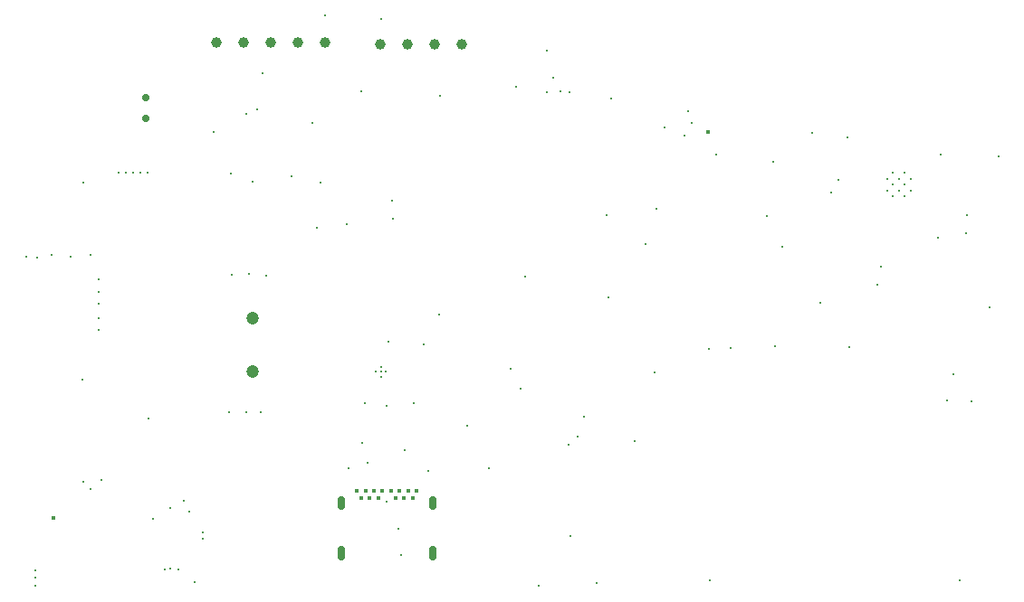
<source format=gbr>
%TF.GenerationSoftware,KiCad,Pcbnew,9.0.3*%
%TF.CreationDate,2025-09-14T19:53:45+05:30*%
%TF.ProjectId,ESP32 IOT,45535033-3220-4494-9f54-2e6b69636164,rev?*%
%TF.SameCoordinates,Original*%
%TF.FileFunction,Plated,1,4,PTH,Mixed*%
%TF.FilePolarity,Positive*%
%FSLAX46Y46*%
G04 Gerber Fmt 4.6, Leading zero omitted, Abs format (unit mm)*
G04 Created by KiCad (PCBNEW 9.0.3) date 2025-09-14 19:53:45*
%MOMM*%
%LPD*%
G01*
G04 APERTURE LIST*
%TA.AperFunction,ViaDrill*%
%ADD10C,0.200000*%
%TD*%
%TA.AperFunction,ComponentDrill*%
%ADD11C,0.200000*%
%TD*%
%TA.AperFunction,ViaDrill*%
%ADD12C,0.300000*%
%TD*%
%TA.AperFunction,ComponentDrill*%
%ADD13C,0.300000*%
%TD*%
%TA.AperFunction,ViaDrill*%
%ADD14C,0.400000*%
%TD*%
%TA.AperFunction,ComponentDrill*%
%ADD15C,0.450000*%
%TD*%
G04 aperture for slot hole*
%TA.AperFunction,ComponentDrill*%
%ADD16C,0.650000*%
%TD*%
%TA.AperFunction,ComponentDrill*%
%ADD17C,0.700000*%
%TD*%
%TA.AperFunction,ComponentDrill*%
%ADD18C,1.000000*%
%TD*%
%TA.AperFunction,ComponentDrill*%
%ADD19C,1.200000*%
%TD*%
G04 APERTURE END LIST*
D10*
X131978400Y-107694100D03*
X132029200Y-79705200D03*
X132689600Y-108405300D03*
X133654800Y-107592500D03*
X138074400Y-101803200D03*
X140149200Y-110193300D03*
X141429200Y-109522900D03*
X141886400Y-110488100D03*
X143154400Y-113028100D03*
X143205200Y-112469300D03*
X144170400Y-74930000D03*
X145643600Y-101193600D03*
X145796000Y-78892400D03*
X147218400Y-101244400D03*
X147269200Y-73253600D03*
X147800379Y-79631221D03*
X148285200Y-72847200D03*
X148590000Y-101244400D03*
X148742400Y-69494400D03*
X151434800Y-79095600D03*
X153416000Y-74117200D03*
X154203942Y-79673600D03*
X154635200Y-64058800D03*
X157988000Y-71120000D03*
X159816800Y-64363600D03*
X160324800Y-109575600D03*
X165354000Y-71577200D03*
X172466000Y-70713600D03*
X173278800Y-88544400D03*
X175361600Y-67360800D03*
X175361600Y-71272400D03*
X175941200Y-69921600D03*
X176631600Y-71170800D03*
X177495200Y-71272400D03*
X180949600Y-82753200D03*
X181356000Y-71831200D03*
X184607200Y-85496400D03*
X186385200Y-74523600D03*
X188231025Y-75302625D03*
X190474600Y-95275400D03*
X191160400Y-77114400D03*
X192557400Y-95173800D03*
X195884800Y-82804000D03*
X196545200Y-77774800D03*
X196723000Y-95021400D03*
X197365800Y-85691800D03*
X200914000Y-90932000D03*
X201955400Y-80645000D03*
X202641200Y-79451200D03*
X203606400Y-95148400D03*
X206248000Y-89255600D03*
X213360000Y-97637600D03*
X213918800Y-116992400D03*
D11*
%TO.C,U3*%
X207154600Y-79341800D03*
X207154600Y-80441800D03*
X207704600Y-78791800D03*
X207704600Y-79891800D03*
X207704600Y-80991800D03*
X208254600Y-79341800D03*
X208254600Y-80441800D03*
X208804600Y-78791800D03*
X208804600Y-79891800D03*
X208804600Y-80991800D03*
X209354600Y-79341800D03*
X209354600Y-80441800D03*
%TD*%
D12*
X126644400Y-86612100D03*
X127508000Y-116025300D03*
X127508000Y-116685700D03*
X127508000Y-117447700D03*
X127711200Y-86713700D03*
X129032000Y-86510500D03*
X130810000Y-86612100D03*
X131876800Y-98145600D03*
X132638800Y-86459700D03*
X133400800Y-88796500D03*
X133400800Y-89914100D03*
X133400800Y-91031700D03*
X133400800Y-92403300D03*
X133400800Y-93520900D03*
X135343900Y-78738100D03*
X136017000Y-78738100D03*
X136690100Y-78738100D03*
X137363200Y-78738100D03*
X138036300Y-78738100D03*
X138482800Y-111199300D03*
X139649200Y-115923700D03*
X140159200Y-115872900D03*
X140870400Y-115923700D03*
X142394400Y-117142900D03*
X145897600Y-88341200D03*
X147472400Y-88290400D03*
X149098000Y-88392000D03*
X153873200Y-83972400D03*
X156667200Y-83616800D03*
X156819600Y-106476800D03*
X158089600Y-104089200D03*
X158343600Y-100330000D03*
X158572200Y-105994200D03*
X160375600Y-100584000D03*
X160566800Y-94589600D03*
X160832800Y-81381600D03*
X160985200Y-83108800D03*
X161493200Y-112115600D03*
X161721800Y-114630200D03*
X162052000Y-104800400D03*
X162915600Y-100330000D03*
X163804600Y-94869000D03*
X164287200Y-106680000D03*
X165252400Y-92100400D03*
X167894000Y-102514400D03*
X169926000Y-106476800D03*
X171958000Y-97180400D03*
X172897800Y-99034600D03*
X174548800Y-117500400D03*
X177393600Y-104241600D03*
X177546000Y-112826800D03*
X178206400Y-103530400D03*
X178816000Y-101650800D03*
X180035200Y-117246400D03*
X181102000Y-90424000D03*
X183540400Y-103936800D03*
X185420000Y-97485200D03*
X185572400Y-82143600D03*
X188569600Y-73050400D03*
X188925200Y-74117200D03*
X190601600Y-116941600D03*
X200152000Y-75031600D03*
X203454000Y-75488800D03*
X206552800Y-87579200D03*
X211886800Y-84886800D03*
X212191600Y-77114400D03*
X212750400Y-100076000D03*
X214528400Y-84480400D03*
X214604600Y-82727800D03*
X215036400Y-100177600D03*
X216712800Y-91389200D03*
X217576400Y-77266800D03*
D13*
%TO.C,U8*%
X159366800Y-97427200D03*
X159816800Y-96977200D03*
X159816800Y-97427200D03*
X159816800Y-97877200D03*
X160266800Y-97427200D03*
%TD*%
D14*
X129204000Y-111117300D03*
X190449200Y-74930000D03*
D15*
%TO.C,J1*%
X157579600Y-108539600D03*
X157979600Y-109249600D03*
X158379600Y-108539600D03*
X158779600Y-109249600D03*
X159179600Y-108539600D03*
X159579600Y-109249600D03*
X159979600Y-108539600D03*
X160779600Y-108539600D03*
X161179600Y-109249600D03*
X161579600Y-108539600D03*
X161979600Y-109249600D03*
X162379600Y-108539600D03*
X162779600Y-109249600D03*
X163179600Y-108539600D03*
D16*
X156109600Y-109989600D02*
X156109600Y-109389600D01*
X156109600Y-114719600D02*
X156109600Y-114119600D01*
X164649600Y-109989600D02*
X164649600Y-109389600D01*
X164649600Y-114719600D02*
X164649600Y-114119600D01*
D17*
%TO.C,MK1*%
X137820400Y-71760000D03*
X137820400Y-73660000D03*
D18*
%TO.C,J5*%
X144424400Y-66598800D03*
X146964400Y-66598800D03*
X149504400Y-66598800D03*
X152044400Y-66598800D03*
X154584400Y-66598800D03*
%TO.C,J4*%
X159766000Y-66751200D03*
X162306000Y-66751200D03*
X164846000Y-66751200D03*
X167386000Y-66751200D03*
D19*
%TO.C,F1*%
X147828000Y-92383600D03*
X147828000Y-97383600D03*
M02*

</source>
